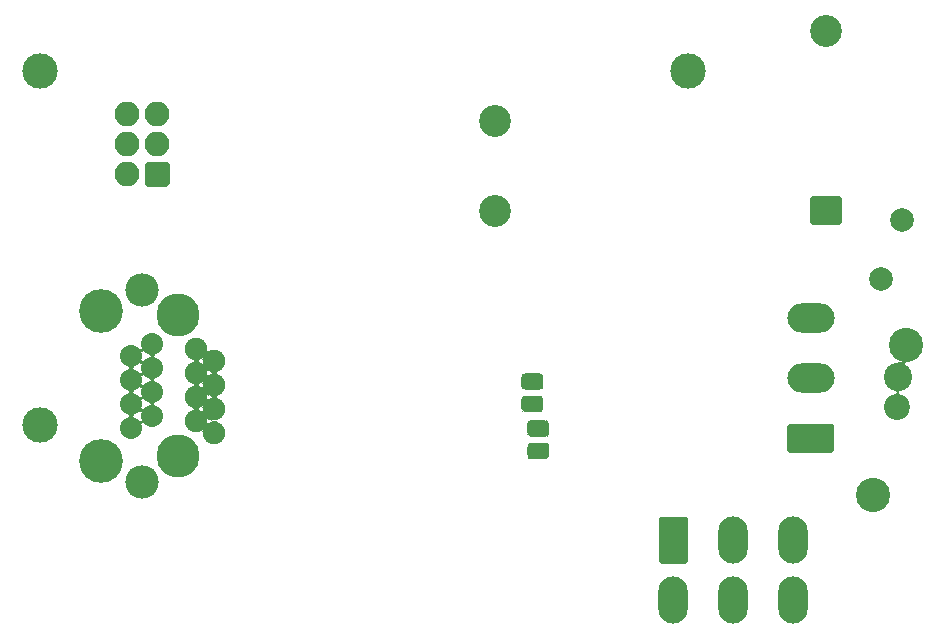
<source format=gbr>
G04 #@! TF.GenerationSoftware,KiCad,Pcbnew,(5.1.9)-1*
G04 #@! TF.CreationDate,2022-09-19T13:39:08+02:00*
G04 #@! TF.ProjectId,Zusatzplatine,5a757361-747a-4706-9c61-74696e652e6b,1.0*
G04 #@! TF.SameCoordinates,Original*
G04 #@! TF.FileFunction,Soldermask,Bot*
G04 #@! TF.FilePolarity,Negative*
%FSLAX46Y46*%
G04 Gerber Fmt 4.6, Leading zero omitted, Abs format (unit mm)*
G04 Created by KiCad (PCBNEW (5.1.9)-1) date 2022-09-19 13:39:08*
%MOMM*%
%LPD*%
G01*
G04 APERTURE LIST*
%ADD10C,3.000000*%
%ADD11C,1.862000*%
%ADD12C,2.830000*%
%ADD13C,3.700000*%
%ADD14C,3.650000*%
%ADD15C,1.909000*%
%ADD16C,2.900000*%
%ADD17C,2.700000*%
%ADD18O,2.480000X4.000000*%
%ADD19O,4.000000X2.480000*%
%ADD20O,2.100000X2.100000*%
%ADD21C,2.400000*%
%ADD22C,2.000000*%
%ADD23C,2.200000*%
%ADD24C,0.200000*%
G04 APERTURE END LIST*
D10*
X68580000Y-109220000D03*
X123444000Y-79248000D03*
X68580000Y-79248000D03*
G36*
G01*
X111325000Y-110250000D02*
X110175000Y-110250000D01*
G75*
G02*
X109825000Y-109900000I0J350000D01*
G01*
X109825000Y-109200000D01*
G75*
G02*
X110175000Y-108850000I350000J0D01*
G01*
X111325000Y-108850000D01*
G75*
G02*
X111675000Y-109200000I0J-350000D01*
G01*
X111675000Y-109900000D01*
G75*
G02*
X111325000Y-110250000I-350000J0D01*
G01*
G37*
G36*
G01*
X111325000Y-112150000D02*
X110175000Y-112150000D01*
G75*
G02*
X109825000Y-111800000I0J350000D01*
G01*
X109825000Y-111100000D01*
G75*
G02*
X110175000Y-110750000I350000J0D01*
G01*
X111325000Y-110750000D01*
G75*
G02*
X111675000Y-111100000I0J-350000D01*
G01*
X111675000Y-111800000D01*
G75*
G02*
X111325000Y-112150000I-350000J0D01*
G01*
G37*
G36*
G01*
X109675000Y-106750000D02*
X110825000Y-106750000D01*
G75*
G02*
X111175000Y-107100000I0J-350000D01*
G01*
X111175000Y-107800000D01*
G75*
G02*
X110825000Y-108150000I-350000J0D01*
G01*
X109675000Y-108150000D01*
G75*
G02*
X109325000Y-107800000I0J350000D01*
G01*
X109325000Y-107100000D01*
G75*
G02*
X109675000Y-106750000I350000J0D01*
G01*
G37*
G36*
G01*
X109675000Y-104850000D02*
X110825000Y-104850000D01*
G75*
G02*
X111175000Y-105200000I0J-350000D01*
G01*
X111175000Y-105900000D01*
G75*
G02*
X110825000Y-106250000I-350000J0D01*
G01*
X109675000Y-106250000D01*
G75*
G02*
X109325000Y-105900000I0J350000D01*
G01*
X109325000Y-105200000D01*
G75*
G02*
X109675000Y-104850000I350000J0D01*
G01*
G37*
D11*
X76300000Y-109500000D03*
X78080000Y-108480000D03*
X76300000Y-107470000D03*
X78080000Y-106450000D03*
X76300000Y-105440000D03*
X78080000Y-104420000D03*
X76300000Y-103410000D03*
X78080000Y-102390000D03*
D12*
X77190000Y-97820000D03*
X77190000Y-114080000D03*
D13*
X73760000Y-112300000D03*
X73760000Y-99600000D03*
D14*
X80280389Y-99903592D03*
X80280389Y-111843592D03*
D15*
X81800389Y-106893592D03*
X83320389Y-103833592D03*
X83320389Y-107913592D03*
X83320389Y-109953592D03*
X81800389Y-108933592D03*
X81800389Y-102813592D03*
X81800389Y-104853592D03*
X83320389Y-105873592D03*
D16*
X139115000Y-115205000D03*
X141915000Y-102505000D03*
D17*
X107105000Y-91080000D03*
G36*
G01*
X136455000Y-90080000D02*
X136455000Y-92080000D01*
G75*
G02*
X136255000Y-92280000I-200000J0D01*
G01*
X133955000Y-92280000D01*
G75*
G02*
X133755000Y-92080000I0J200000D01*
G01*
X133755000Y-90080000D01*
G75*
G02*
X133955000Y-89880000I200000J0D01*
G01*
X136255000Y-89880000D01*
G75*
G02*
X136455000Y-90080000I0J-200000D01*
G01*
G37*
X135105000Y-75880000D03*
X107105000Y-83480000D03*
D18*
X132345000Y-118990000D03*
X127265000Y-118990000D03*
G36*
G01*
X120945000Y-120790000D02*
X120945000Y-117190000D01*
G75*
G02*
X121145000Y-116990000I200000J0D01*
G01*
X123225000Y-116990000D01*
G75*
G02*
X123425000Y-117190000I0J-200000D01*
G01*
X123425000Y-120790000D01*
G75*
G02*
X123225000Y-120990000I-200000J0D01*
G01*
X121145000Y-120990000D01*
G75*
G02*
X120945000Y-120790000I0J200000D01*
G01*
G37*
X122185000Y-124070000D03*
X127265000Y-124070000D03*
X132345000Y-124070000D03*
D19*
X133815000Y-100195000D03*
X133815000Y-105275000D03*
G36*
G01*
X135615000Y-111595000D02*
X132015000Y-111595000D01*
G75*
G02*
X131815000Y-111395000I0J200000D01*
G01*
X131815000Y-109315000D01*
G75*
G02*
X132015000Y-109115000I200000J0D01*
G01*
X135615000Y-109115000D01*
G75*
G02*
X135815000Y-109315000I0J-200000D01*
G01*
X135815000Y-111395000D01*
G75*
G02*
X135615000Y-111595000I-200000J0D01*
G01*
G37*
D20*
X75960000Y-82920000D03*
X78500000Y-82920000D03*
X75960000Y-85460000D03*
X78500000Y-85460000D03*
X75960000Y-88000000D03*
G36*
G01*
X79550000Y-87150000D02*
X79550000Y-88850000D01*
G75*
G02*
X79350000Y-89050000I-200000J0D01*
G01*
X77650000Y-89050000D01*
G75*
G02*
X77450000Y-88850000I0J200000D01*
G01*
X77450000Y-87150000D01*
G75*
G02*
X77650000Y-86950000I200000J0D01*
G01*
X79350000Y-86950000D01*
G75*
G02*
X79550000Y-87150000I0J-200000D01*
G01*
G37*
D21*
X141210000Y-105180000D03*
X139110000Y-115180000D03*
D22*
X139765000Y-96870000D03*
X141565000Y-91870000D03*
D23*
X139110000Y-115180000D03*
X141160000Y-107680000D03*
D24*
G36*
X109826990Y-111799804D02*
G01*
X109833695Y-111867887D01*
X109853499Y-111933170D01*
X109885657Y-111993334D01*
X109928934Y-112046066D01*
X109981666Y-112089343D01*
X110041830Y-112121501D01*
X110107113Y-112141305D01*
X110175196Y-112148010D01*
X110176822Y-112149175D01*
X110176626Y-112151165D01*
X110175000Y-112152000D01*
X110118640Y-112152000D01*
X110118444Y-112151990D01*
X110056332Y-112145873D01*
X110055947Y-112145797D01*
X110002131Y-112129472D01*
X110001769Y-112129322D01*
X109952166Y-112102808D01*
X109951840Y-112102590D01*
X109908365Y-112066912D01*
X109908088Y-112066635D01*
X109872410Y-112023160D01*
X109872192Y-112022834D01*
X109845678Y-111973231D01*
X109845528Y-111972869D01*
X109829203Y-111919053D01*
X109829127Y-111918668D01*
X109823010Y-111856556D01*
X109823000Y-111856360D01*
X109823000Y-111800000D01*
X109824000Y-111798268D01*
X109826000Y-111798268D01*
X109826990Y-111799804D01*
G37*
G36*
X111676165Y-111798374D02*
G01*
X111677000Y-111800000D01*
X111677000Y-111856360D01*
X111676990Y-111856556D01*
X111670873Y-111918668D01*
X111670797Y-111919053D01*
X111654472Y-111972869D01*
X111654322Y-111973231D01*
X111627808Y-112022834D01*
X111627590Y-112023160D01*
X111591912Y-112066635D01*
X111591635Y-112066912D01*
X111548160Y-112102590D01*
X111547834Y-112102808D01*
X111498231Y-112129322D01*
X111497869Y-112129472D01*
X111444053Y-112145797D01*
X111443668Y-112145873D01*
X111381556Y-112151990D01*
X111381360Y-112152000D01*
X111325000Y-112152000D01*
X111323268Y-112151000D01*
X111323268Y-112149000D01*
X111324804Y-112148010D01*
X111392887Y-112141305D01*
X111458170Y-112121501D01*
X111518334Y-112089343D01*
X111571066Y-112046066D01*
X111614343Y-111993334D01*
X111646501Y-111933170D01*
X111666305Y-111867887D01*
X111673010Y-111799804D01*
X111674175Y-111798178D01*
X111676165Y-111798374D01*
G37*
G36*
X110176732Y-110749000D02*
G01*
X110176732Y-110751000D01*
X110175196Y-110751990D01*
X110107113Y-110758695D01*
X110041830Y-110778499D01*
X109981666Y-110810657D01*
X109928934Y-110853934D01*
X109885657Y-110906666D01*
X109853499Y-110966830D01*
X109833695Y-111032113D01*
X109826990Y-111100196D01*
X109825825Y-111101822D01*
X109823835Y-111101626D01*
X109823000Y-111100000D01*
X109823000Y-111043640D01*
X109823010Y-111043444D01*
X109829127Y-110981332D01*
X109829203Y-110980947D01*
X109845528Y-110927131D01*
X109845678Y-110926769D01*
X109872192Y-110877166D01*
X109872410Y-110876840D01*
X109908088Y-110833365D01*
X109908365Y-110833088D01*
X109951840Y-110797410D01*
X109952166Y-110797192D01*
X110001769Y-110770678D01*
X110002131Y-110770528D01*
X110055947Y-110754203D01*
X110056332Y-110754127D01*
X110118444Y-110748010D01*
X110118640Y-110748000D01*
X110175000Y-110748000D01*
X110176732Y-110749000D01*
G37*
G36*
X111381556Y-110748010D02*
G01*
X111443668Y-110754127D01*
X111444053Y-110754203D01*
X111497869Y-110770528D01*
X111498231Y-110770678D01*
X111547834Y-110797192D01*
X111548160Y-110797410D01*
X111591635Y-110833088D01*
X111591912Y-110833365D01*
X111627590Y-110876840D01*
X111627808Y-110877166D01*
X111654322Y-110926769D01*
X111654472Y-110927131D01*
X111670797Y-110980947D01*
X111670873Y-110981332D01*
X111676990Y-111043444D01*
X111677000Y-111043640D01*
X111677000Y-111100000D01*
X111676000Y-111101732D01*
X111674000Y-111101732D01*
X111673010Y-111100196D01*
X111666305Y-111032113D01*
X111646501Y-110966830D01*
X111614343Y-110906666D01*
X111571066Y-110853934D01*
X111518334Y-110810657D01*
X111458170Y-110778499D01*
X111392887Y-110758695D01*
X111324804Y-110751990D01*
X111323178Y-110750825D01*
X111323374Y-110748835D01*
X111325000Y-110748000D01*
X111381360Y-110748000D01*
X111381556Y-110748010D01*
G37*
G36*
X111676165Y-109898374D02*
G01*
X111677000Y-109900000D01*
X111677000Y-109956360D01*
X111676990Y-109956556D01*
X111670873Y-110018668D01*
X111670797Y-110019053D01*
X111654472Y-110072869D01*
X111654322Y-110073231D01*
X111627808Y-110122834D01*
X111627590Y-110123160D01*
X111591912Y-110166635D01*
X111591635Y-110166912D01*
X111548160Y-110202590D01*
X111547834Y-110202808D01*
X111498231Y-110229322D01*
X111497869Y-110229472D01*
X111444053Y-110245797D01*
X111443668Y-110245873D01*
X111381556Y-110251990D01*
X111381360Y-110252000D01*
X111325000Y-110252000D01*
X111323268Y-110251000D01*
X111323268Y-110249000D01*
X111324804Y-110248010D01*
X111392887Y-110241305D01*
X111458170Y-110221501D01*
X111518334Y-110189343D01*
X111571066Y-110146066D01*
X111614343Y-110093334D01*
X111646501Y-110033170D01*
X111666305Y-109967887D01*
X111673010Y-109899804D01*
X111674175Y-109898178D01*
X111676165Y-109898374D01*
G37*
G36*
X109826990Y-109899804D02*
G01*
X109833695Y-109967887D01*
X109853499Y-110033170D01*
X109885657Y-110093334D01*
X109928934Y-110146066D01*
X109981666Y-110189343D01*
X110041830Y-110221501D01*
X110107113Y-110241305D01*
X110175196Y-110248010D01*
X110176822Y-110249175D01*
X110176626Y-110251165D01*
X110175000Y-110252000D01*
X110118640Y-110252000D01*
X110118444Y-110251990D01*
X110056332Y-110245873D01*
X110055947Y-110245797D01*
X110002131Y-110229472D01*
X110001769Y-110229322D01*
X109952166Y-110202808D01*
X109951840Y-110202590D01*
X109908365Y-110166912D01*
X109908088Y-110166635D01*
X109872410Y-110123160D01*
X109872192Y-110122834D01*
X109845678Y-110073231D01*
X109845528Y-110072869D01*
X109829203Y-110019053D01*
X109829127Y-110018668D01*
X109823010Y-109956556D01*
X109823000Y-109956360D01*
X109823000Y-109900000D01*
X109824000Y-109898268D01*
X109826000Y-109898268D01*
X109826990Y-109899804D01*
G37*
G36*
X82413275Y-109665486D02*
G01*
X82413191Y-109666769D01*
X82408913Y-109677097D01*
X82372485Y-109860234D01*
X82372485Y-109905680D01*
X82371485Y-109907412D01*
X82369485Y-109907412D01*
X82368495Y-109905876D01*
X82366715Y-109887801D01*
X82359715Y-109864726D01*
X82348350Y-109843462D01*
X82333055Y-109824825D01*
X82314418Y-109809530D01*
X82293154Y-109798165D01*
X82270079Y-109791165D01*
X82246088Y-109788802D01*
X82222097Y-109791165D01*
X82204715Y-109796438D01*
X82202767Y-109795984D01*
X82202186Y-109794070D01*
X82203369Y-109792676D01*
X82249390Y-109773613D01*
X82404643Y-109669876D01*
X82409929Y-109664590D01*
X82411861Y-109664072D01*
X82413275Y-109665486D01*
G37*
G36*
X77192116Y-108752337D02*
G01*
X77260704Y-108917923D01*
X77361881Y-109069346D01*
X77396395Y-109103860D01*
X77396913Y-109105792D01*
X77395499Y-109107206D01*
X77393712Y-109106820D01*
X77379674Y-109095299D01*
X77358410Y-109083934D01*
X77335335Y-109076934D01*
X77311344Y-109074571D01*
X77287353Y-109076934D01*
X77264278Y-109083934D01*
X77243014Y-109095299D01*
X77224377Y-109110594D01*
X77209082Y-109129231D01*
X77197717Y-109150495D01*
X77190717Y-109173570D01*
X77188354Y-109197561D01*
X77190727Y-109221646D01*
X77191694Y-109226508D01*
X77191051Y-109228402D01*
X77189089Y-109228792D01*
X77187884Y-109227663D01*
X77119296Y-109062077D01*
X77018119Y-108910654D01*
X76983605Y-108876140D01*
X76983087Y-108874208D01*
X76984501Y-108872794D01*
X76986288Y-108873180D01*
X77000326Y-108884701D01*
X77021590Y-108896066D01*
X77044665Y-108903066D01*
X77068656Y-108905429D01*
X77092647Y-108903066D01*
X77115722Y-108896066D01*
X77136986Y-108884701D01*
X77155623Y-108869406D01*
X77170918Y-108850769D01*
X77182283Y-108829505D01*
X77189283Y-108806430D01*
X77191646Y-108782439D01*
X77189273Y-108758354D01*
X77188306Y-108753492D01*
X77188949Y-108751598D01*
X77190911Y-108751208D01*
X77192116Y-108752337D01*
G37*
G36*
X82752283Y-108981308D02*
G01*
X82754063Y-108999383D01*
X82761063Y-109022458D01*
X82772428Y-109043722D01*
X82787723Y-109062359D01*
X82806360Y-109077654D01*
X82827624Y-109089019D01*
X82850699Y-109096019D01*
X82874690Y-109098382D01*
X82898681Y-109096019D01*
X82916063Y-109090746D01*
X82918011Y-109091200D01*
X82918592Y-109093114D01*
X82917409Y-109094508D01*
X82871388Y-109113571D01*
X82716135Y-109217308D01*
X82710849Y-109222594D01*
X82708917Y-109223112D01*
X82707503Y-109221698D01*
X82707587Y-109220415D01*
X82711865Y-109210087D01*
X82748293Y-109026950D01*
X82748293Y-108981504D01*
X82749293Y-108979772D01*
X82751293Y-108979772D01*
X82752283Y-108981308D01*
G37*
G36*
X110176732Y-108849000D02*
G01*
X110176732Y-108851000D01*
X110175196Y-108851990D01*
X110107113Y-108858695D01*
X110041830Y-108878499D01*
X109981666Y-108910657D01*
X109928934Y-108953934D01*
X109885657Y-109006666D01*
X109853499Y-109066830D01*
X109833695Y-109132113D01*
X109826990Y-109200196D01*
X109825825Y-109201822D01*
X109823835Y-109201626D01*
X109823000Y-109200000D01*
X109823000Y-109143640D01*
X109823010Y-109143444D01*
X109829127Y-109081332D01*
X109829203Y-109080947D01*
X109845528Y-109027131D01*
X109845678Y-109026769D01*
X109872192Y-108977166D01*
X109872410Y-108976840D01*
X109908088Y-108933365D01*
X109908365Y-108933088D01*
X109951840Y-108897410D01*
X109952166Y-108897192D01*
X110001769Y-108870678D01*
X110002131Y-108870528D01*
X110055947Y-108854203D01*
X110056332Y-108854127D01*
X110118444Y-108848010D01*
X110118640Y-108848000D01*
X110175000Y-108848000D01*
X110176732Y-108849000D01*
G37*
G36*
X111381556Y-108848010D02*
G01*
X111443668Y-108854127D01*
X111444053Y-108854203D01*
X111497869Y-108870528D01*
X111498231Y-108870678D01*
X111547834Y-108897192D01*
X111548160Y-108897410D01*
X111591635Y-108933088D01*
X111591912Y-108933365D01*
X111627590Y-108976840D01*
X111627808Y-108977166D01*
X111654322Y-109026769D01*
X111654472Y-109027131D01*
X111670797Y-109080947D01*
X111670873Y-109081332D01*
X111676990Y-109143444D01*
X111677000Y-109143640D01*
X111677000Y-109200000D01*
X111676000Y-109201732D01*
X111674000Y-109201732D01*
X111673010Y-109200196D01*
X111666305Y-109132113D01*
X111646501Y-109066830D01*
X111614343Y-109006666D01*
X111571066Y-108953934D01*
X111518334Y-108910657D01*
X111458170Y-108878499D01*
X111392887Y-108858695D01*
X111324804Y-108851990D01*
X111323178Y-108850825D01*
X111323374Y-108848835D01*
X111325000Y-108848000D01*
X111381360Y-108848000D01*
X111381556Y-108848010D01*
G37*
G36*
X83613134Y-108819420D02*
G01*
X83613899Y-108821268D01*
X83612859Y-108822771D01*
X83596844Y-108831330D01*
X83578207Y-108846625D01*
X83562912Y-108865262D01*
X83551547Y-108886526D01*
X83544547Y-108909601D01*
X83542184Y-108933592D01*
X83544547Y-108957583D01*
X83551547Y-108980658D01*
X83562912Y-109001922D01*
X83578207Y-109020559D01*
X83596844Y-109035854D01*
X83612859Y-109044413D01*
X83613915Y-109046111D01*
X83612972Y-109047875D01*
X83611151Y-109048025D01*
X83596884Y-109042116D01*
X83413747Y-109005688D01*
X83227031Y-109005688D01*
X83043894Y-109042116D01*
X83029627Y-109048025D01*
X83027644Y-109047764D01*
X83026879Y-109045916D01*
X83027919Y-109044413D01*
X83043934Y-109035854D01*
X83062571Y-109020559D01*
X83077866Y-109001922D01*
X83089231Y-108980658D01*
X83096231Y-108957583D01*
X83098594Y-108933592D01*
X83096231Y-108909601D01*
X83089231Y-108886526D01*
X83077866Y-108865262D01*
X83062571Y-108846625D01*
X83043934Y-108831330D01*
X83027919Y-108822771D01*
X83026863Y-108821073D01*
X83027806Y-108819309D01*
X83029627Y-108819159D01*
X83043894Y-108825068D01*
X83227031Y-108861496D01*
X83413747Y-108861496D01*
X83596884Y-108825068D01*
X83611151Y-108819159D01*
X83613134Y-108819420D01*
G37*
G36*
X82710849Y-108644590D02*
G01*
X82716135Y-108649876D01*
X82871388Y-108753613D01*
X82917409Y-108772676D01*
X82918627Y-108774263D01*
X82917862Y-108776111D01*
X82916063Y-108776438D01*
X82898681Y-108771165D01*
X82874690Y-108768802D01*
X82850699Y-108771165D01*
X82827624Y-108778165D01*
X82806360Y-108789530D01*
X82787723Y-108804825D01*
X82772428Y-108823462D01*
X82761063Y-108844726D01*
X82754063Y-108867801D01*
X82752283Y-108885876D01*
X82751118Y-108887502D01*
X82749128Y-108887306D01*
X82748293Y-108885680D01*
X82748293Y-108840234D01*
X82711865Y-108657097D01*
X82707587Y-108646769D01*
X82707848Y-108644787D01*
X82709696Y-108644021D01*
X82710849Y-108644590D01*
G37*
G36*
X76555305Y-108362865D02*
G01*
X76555695Y-108364827D01*
X76554382Y-108366098D01*
X76536992Y-108371373D01*
X76515728Y-108382738D01*
X76497091Y-108398034D01*
X76481796Y-108416671D01*
X76470431Y-108437934D01*
X76463431Y-108461009D01*
X76461068Y-108485000D01*
X76463431Y-108508991D01*
X76470431Y-108532066D01*
X76481796Y-108553330D01*
X76497092Y-108571967D01*
X76515729Y-108587262D01*
X76536992Y-108598627D01*
X76554382Y-108603902D01*
X76555749Y-108605362D01*
X76555168Y-108607276D01*
X76553411Y-108607778D01*
X76391055Y-108575483D01*
X76208945Y-108575483D01*
X76046589Y-108607778D01*
X76044695Y-108607135D01*
X76044305Y-108605173D01*
X76045618Y-108603902D01*
X76063008Y-108598627D01*
X76084272Y-108587262D01*
X76102909Y-108571966D01*
X76118204Y-108553329D01*
X76129569Y-108532066D01*
X76136569Y-108508991D01*
X76138932Y-108485000D01*
X76136569Y-108461009D01*
X76129569Y-108437934D01*
X76118204Y-108416670D01*
X76102908Y-108398033D01*
X76084271Y-108382738D01*
X76063008Y-108371373D01*
X76045618Y-108366098D01*
X76044251Y-108364638D01*
X76044832Y-108362724D01*
X76046589Y-108362222D01*
X76208945Y-108394517D01*
X76391055Y-108394517D01*
X76553411Y-108362222D01*
X76555305Y-108362865D01*
G37*
G36*
X77192311Y-107739488D02*
G01*
X77192714Y-107740902D01*
X77190837Y-107759956D01*
X77193200Y-107783947D01*
X77200200Y-107807022D01*
X77211565Y-107828286D01*
X77226860Y-107846923D01*
X77245497Y-107862218D01*
X77266761Y-107873583D01*
X77289836Y-107880583D01*
X77313827Y-107882946D01*
X77337818Y-107880583D01*
X77360893Y-107873583D01*
X77382157Y-107862218D01*
X77396195Y-107850697D01*
X77398169Y-107850371D01*
X77399437Y-107851917D01*
X77398878Y-107853657D01*
X77361881Y-107890654D01*
X77260704Y-108042077D01*
X77191124Y-108210059D01*
X77189537Y-108211277D01*
X77187689Y-108210512D01*
X77187286Y-108209098D01*
X77189163Y-108190044D01*
X77186800Y-108166053D01*
X77179800Y-108142978D01*
X77168435Y-108121714D01*
X77153140Y-108103077D01*
X77134503Y-108087782D01*
X77113239Y-108076417D01*
X77090164Y-108069417D01*
X77066173Y-108067054D01*
X77042182Y-108069417D01*
X77019107Y-108076417D01*
X76997843Y-108087782D01*
X76983805Y-108099303D01*
X76981831Y-108099629D01*
X76980563Y-108098083D01*
X76981122Y-108096343D01*
X77018119Y-108059346D01*
X77119296Y-107907923D01*
X77188876Y-107739941D01*
X77190463Y-107738723D01*
X77192311Y-107739488D01*
G37*
G36*
X82371650Y-107959878D02*
G01*
X82372485Y-107961504D01*
X82372485Y-108006950D01*
X82408913Y-108190087D01*
X82413191Y-108200415D01*
X82412930Y-108202397D01*
X82411082Y-108203163D01*
X82409929Y-108202594D01*
X82404643Y-108197308D01*
X82249390Y-108093571D01*
X82203369Y-108074508D01*
X82202151Y-108072921D01*
X82202916Y-108071073D01*
X82204715Y-108070746D01*
X82222097Y-108076019D01*
X82246088Y-108078382D01*
X82270079Y-108076019D01*
X82293154Y-108069019D01*
X82314418Y-108057654D01*
X82333055Y-108042359D01*
X82348350Y-108023722D01*
X82359715Y-108002458D01*
X82366715Y-107979383D01*
X82368495Y-107961308D01*
X82369660Y-107959682D01*
X82371650Y-107959878D01*
G37*
G36*
X111176165Y-107798374D02*
G01*
X111177000Y-107800000D01*
X111177000Y-107856360D01*
X111176990Y-107856556D01*
X111170873Y-107918668D01*
X111170797Y-107919053D01*
X111154472Y-107972869D01*
X111154322Y-107973231D01*
X111127808Y-108022834D01*
X111127590Y-108023160D01*
X111091912Y-108066635D01*
X111091635Y-108066912D01*
X111048160Y-108102590D01*
X111047834Y-108102808D01*
X110998231Y-108129322D01*
X110997869Y-108129472D01*
X110944053Y-108145797D01*
X110943668Y-108145873D01*
X110881556Y-108151990D01*
X110881360Y-108152000D01*
X110825000Y-108152000D01*
X110823268Y-108151000D01*
X110823268Y-108149000D01*
X110824804Y-108148010D01*
X110892887Y-108141305D01*
X110958170Y-108121501D01*
X111018334Y-108089343D01*
X111071066Y-108046066D01*
X111114343Y-107993334D01*
X111146501Y-107933170D01*
X111166305Y-107867887D01*
X111173010Y-107799804D01*
X111174175Y-107798178D01*
X111176165Y-107798374D01*
G37*
G36*
X109326990Y-107799804D02*
G01*
X109333695Y-107867887D01*
X109353499Y-107933170D01*
X109385657Y-107993334D01*
X109428934Y-108046066D01*
X109481666Y-108089343D01*
X109541830Y-108121501D01*
X109607113Y-108141305D01*
X109675196Y-108148010D01*
X109676822Y-108149175D01*
X109676626Y-108151165D01*
X109675000Y-108152000D01*
X109618640Y-108152000D01*
X109618444Y-108151990D01*
X109556332Y-108145873D01*
X109555947Y-108145797D01*
X109502131Y-108129472D01*
X109501769Y-108129322D01*
X109452166Y-108102808D01*
X109451840Y-108102590D01*
X109408365Y-108066912D01*
X109408088Y-108066635D01*
X109372410Y-108023160D01*
X109372192Y-108022834D01*
X109345678Y-107973231D01*
X109345528Y-107972869D01*
X109329203Y-107919053D01*
X109329127Y-107918668D01*
X109323010Y-107856556D01*
X109323000Y-107856360D01*
X109323000Y-107800000D01*
X109324000Y-107798268D01*
X109326000Y-107798268D01*
X109326990Y-107799804D01*
G37*
G36*
X82093134Y-107799420D02*
G01*
X82093899Y-107801268D01*
X82092859Y-107802771D01*
X82076844Y-107811330D01*
X82058207Y-107826625D01*
X82042912Y-107845262D01*
X82031547Y-107866526D01*
X82024547Y-107889601D01*
X82022184Y-107913592D01*
X82024547Y-107937583D01*
X82031547Y-107960658D01*
X82042912Y-107981922D01*
X82058207Y-108000559D01*
X82076844Y-108015854D01*
X82092859Y-108024413D01*
X82093915Y-108026111D01*
X82092972Y-108027875D01*
X82091151Y-108028025D01*
X82076884Y-108022116D01*
X81893747Y-107985688D01*
X81707031Y-107985688D01*
X81523894Y-108022116D01*
X81509627Y-108028025D01*
X81507644Y-108027764D01*
X81506879Y-108025916D01*
X81507919Y-108024413D01*
X81523934Y-108015854D01*
X81542571Y-108000559D01*
X81557866Y-107981922D01*
X81569231Y-107960658D01*
X81576231Y-107937583D01*
X81578594Y-107913592D01*
X81576231Y-107889601D01*
X81569231Y-107866526D01*
X81557866Y-107845262D01*
X81542571Y-107826625D01*
X81523934Y-107811330D01*
X81507919Y-107802771D01*
X81506863Y-107801073D01*
X81507806Y-107799309D01*
X81509627Y-107799159D01*
X81523894Y-107805068D01*
X81707031Y-107841496D01*
X81893747Y-107841496D01*
X82076884Y-107805068D01*
X82091151Y-107799159D01*
X82093134Y-107799420D01*
G37*
G36*
X82413275Y-107625486D02*
G01*
X82413191Y-107626769D01*
X82408913Y-107637097D01*
X82372485Y-107820234D01*
X82372485Y-107865680D01*
X82371485Y-107867412D01*
X82369485Y-107867412D01*
X82368495Y-107865876D01*
X82366715Y-107847801D01*
X82359715Y-107824726D01*
X82348350Y-107803462D01*
X82333055Y-107784825D01*
X82314418Y-107769530D01*
X82293154Y-107758165D01*
X82270079Y-107751165D01*
X82246088Y-107748802D01*
X82222097Y-107751165D01*
X82204715Y-107756438D01*
X82202767Y-107755984D01*
X82202186Y-107754070D01*
X82203369Y-107752676D01*
X82249390Y-107733613D01*
X82404643Y-107629876D01*
X82409929Y-107624590D01*
X82411861Y-107624072D01*
X82413275Y-107625486D01*
G37*
G36*
X78335305Y-107342865D02*
G01*
X78335695Y-107344827D01*
X78334382Y-107346098D01*
X78316992Y-107351373D01*
X78295728Y-107362738D01*
X78277091Y-107378034D01*
X78261796Y-107396671D01*
X78250431Y-107417934D01*
X78243431Y-107441009D01*
X78241068Y-107465000D01*
X78243431Y-107488991D01*
X78250431Y-107512066D01*
X78261796Y-107533330D01*
X78277092Y-107551967D01*
X78295729Y-107567262D01*
X78316992Y-107578627D01*
X78334382Y-107583902D01*
X78335749Y-107585362D01*
X78335168Y-107587276D01*
X78333411Y-107587778D01*
X78171055Y-107555483D01*
X77988945Y-107555483D01*
X77826589Y-107587778D01*
X77824695Y-107587135D01*
X77824305Y-107585173D01*
X77825618Y-107583902D01*
X77843008Y-107578627D01*
X77864272Y-107567262D01*
X77882909Y-107551966D01*
X77898204Y-107533329D01*
X77909569Y-107512066D01*
X77916569Y-107488991D01*
X77918932Y-107465000D01*
X77916569Y-107441009D01*
X77909569Y-107417934D01*
X77898204Y-107396670D01*
X77882908Y-107378033D01*
X77864271Y-107362738D01*
X77843008Y-107351373D01*
X77825618Y-107346098D01*
X77824251Y-107344638D01*
X77824832Y-107342724D01*
X77826589Y-107342222D01*
X77988945Y-107374517D01*
X78171055Y-107374517D01*
X78333411Y-107342222D01*
X78335305Y-107342865D01*
G37*
G36*
X77192116Y-106722337D02*
G01*
X77260704Y-106887923D01*
X77361881Y-107039346D01*
X77396395Y-107073860D01*
X77396913Y-107075792D01*
X77395499Y-107077206D01*
X77393712Y-107076820D01*
X77379674Y-107065299D01*
X77358410Y-107053934D01*
X77335335Y-107046934D01*
X77311344Y-107044571D01*
X77287353Y-107046934D01*
X77264278Y-107053934D01*
X77243014Y-107065299D01*
X77224377Y-107080594D01*
X77209082Y-107099231D01*
X77197717Y-107120495D01*
X77190717Y-107143570D01*
X77188354Y-107167561D01*
X77190727Y-107191646D01*
X77191694Y-107196508D01*
X77191051Y-107198402D01*
X77189089Y-107198792D01*
X77187884Y-107197663D01*
X77119296Y-107032077D01*
X77018119Y-106880654D01*
X76983605Y-106846140D01*
X76983087Y-106844208D01*
X76984501Y-106842794D01*
X76986288Y-106843180D01*
X77000326Y-106854701D01*
X77021590Y-106866066D01*
X77044665Y-106873066D01*
X77068656Y-106875429D01*
X77092647Y-106873066D01*
X77115722Y-106866066D01*
X77136986Y-106854701D01*
X77155623Y-106839406D01*
X77170918Y-106820769D01*
X77182283Y-106799505D01*
X77189283Y-106776430D01*
X77191646Y-106752439D01*
X77189273Y-106728354D01*
X77188306Y-106723492D01*
X77188949Y-106721598D01*
X77190911Y-106721208D01*
X77192116Y-106722337D01*
G37*
G36*
X82752283Y-106941308D02*
G01*
X82754063Y-106959383D01*
X82761063Y-106982458D01*
X82772428Y-107003722D01*
X82787723Y-107022359D01*
X82806360Y-107037654D01*
X82827624Y-107049019D01*
X82850699Y-107056019D01*
X82874690Y-107058382D01*
X82898681Y-107056019D01*
X82916063Y-107050746D01*
X82918011Y-107051200D01*
X82918592Y-107053114D01*
X82917409Y-107054508D01*
X82871388Y-107073571D01*
X82716135Y-107177308D01*
X82710849Y-107182594D01*
X82708917Y-107183112D01*
X82707503Y-107181698D01*
X82707587Y-107180415D01*
X82711865Y-107170087D01*
X82748293Y-106986950D01*
X82748293Y-106941504D01*
X82749293Y-106939772D01*
X82751293Y-106939772D01*
X82752283Y-106941308D01*
G37*
G36*
X109676732Y-106749000D02*
G01*
X109676732Y-106751000D01*
X109675196Y-106751990D01*
X109607113Y-106758695D01*
X109541830Y-106778499D01*
X109481666Y-106810657D01*
X109428934Y-106853934D01*
X109385657Y-106906666D01*
X109353499Y-106966830D01*
X109333695Y-107032113D01*
X109326990Y-107100196D01*
X109325825Y-107101822D01*
X109323835Y-107101626D01*
X109323000Y-107100000D01*
X109323000Y-107043640D01*
X109323010Y-107043444D01*
X109329127Y-106981332D01*
X109329203Y-106980947D01*
X109345528Y-106927131D01*
X109345678Y-106926769D01*
X109372192Y-106877166D01*
X109372410Y-106876840D01*
X109408088Y-106833365D01*
X109408365Y-106833088D01*
X109451840Y-106797410D01*
X109452166Y-106797192D01*
X109501769Y-106770678D01*
X109502131Y-106770528D01*
X109555947Y-106754203D01*
X109556332Y-106754127D01*
X109618444Y-106748010D01*
X109618640Y-106748000D01*
X109675000Y-106748000D01*
X109676732Y-106749000D01*
G37*
G36*
X110881556Y-106748010D02*
G01*
X110943668Y-106754127D01*
X110944053Y-106754203D01*
X110997869Y-106770528D01*
X110998231Y-106770678D01*
X111047834Y-106797192D01*
X111048160Y-106797410D01*
X111091635Y-106833088D01*
X111091912Y-106833365D01*
X111127590Y-106876840D01*
X111127808Y-106877166D01*
X111154322Y-106926769D01*
X111154472Y-106927131D01*
X111170797Y-106980947D01*
X111170873Y-106981332D01*
X111176990Y-107043444D01*
X111177000Y-107043640D01*
X111177000Y-107100000D01*
X111176000Y-107101732D01*
X111174000Y-107101732D01*
X111173010Y-107100196D01*
X111166305Y-107032113D01*
X111146501Y-106966830D01*
X111114343Y-106906666D01*
X111071066Y-106853934D01*
X111018334Y-106810657D01*
X110958170Y-106778499D01*
X110892887Y-106758695D01*
X110824804Y-106751990D01*
X110823178Y-106750825D01*
X110823374Y-106748835D01*
X110825000Y-106748000D01*
X110881360Y-106748000D01*
X110881556Y-106748010D01*
G37*
G36*
X83613134Y-106779420D02*
G01*
X83613899Y-106781268D01*
X83612859Y-106782771D01*
X83596844Y-106791330D01*
X83578207Y-106806625D01*
X83562912Y-106825262D01*
X83551547Y-106846526D01*
X83544547Y-106869601D01*
X83542184Y-106893592D01*
X83544547Y-106917583D01*
X83551547Y-106940658D01*
X83562912Y-106961922D01*
X83578207Y-106980559D01*
X83596844Y-106995854D01*
X83612859Y-107004413D01*
X83613915Y-107006111D01*
X83612972Y-107007875D01*
X83611151Y-107008025D01*
X83596884Y-107002116D01*
X83413747Y-106965688D01*
X83227031Y-106965688D01*
X83043894Y-107002116D01*
X83029627Y-107008025D01*
X83027644Y-107007764D01*
X83026879Y-107005916D01*
X83027919Y-107004413D01*
X83043934Y-106995854D01*
X83062571Y-106980559D01*
X83077866Y-106961922D01*
X83089231Y-106940658D01*
X83096231Y-106917583D01*
X83098594Y-106893592D01*
X83096231Y-106869601D01*
X83089231Y-106846526D01*
X83077866Y-106825262D01*
X83062571Y-106806625D01*
X83043934Y-106791330D01*
X83027919Y-106782771D01*
X83026863Y-106781073D01*
X83027806Y-106779309D01*
X83029627Y-106779159D01*
X83043894Y-106785068D01*
X83227031Y-106821496D01*
X83413747Y-106821496D01*
X83596884Y-106785068D01*
X83611151Y-106779159D01*
X83613134Y-106779420D01*
G37*
G36*
X82710849Y-106604590D02*
G01*
X82716135Y-106609876D01*
X82871388Y-106713613D01*
X82917409Y-106732676D01*
X82918627Y-106734263D01*
X82917862Y-106736111D01*
X82916063Y-106736438D01*
X82898681Y-106731165D01*
X82874690Y-106728802D01*
X82850699Y-106731165D01*
X82827624Y-106738165D01*
X82806360Y-106749530D01*
X82787723Y-106764825D01*
X82772428Y-106783462D01*
X82761063Y-106804726D01*
X82754063Y-106827801D01*
X82752283Y-106845876D01*
X82751118Y-106847502D01*
X82749128Y-106847306D01*
X82748293Y-106845680D01*
X82748293Y-106800234D01*
X82711865Y-106617097D01*
X82707587Y-106606769D01*
X82707848Y-106604787D01*
X82709696Y-106604021D01*
X82710849Y-106604590D01*
G37*
G36*
X141092578Y-106372222D02*
G01*
X141327422Y-106372222D01*
X141374133Y-106362931D01*
X141376027Y-106363574D01*
X141376417Y-106365536D01*
X141375103Y-106366807D01*
X141357720Y-106372079D01*
X141336455Y-106383445D01*
X141317818Y-106398740D01*
X141302523Y-106417377D01*
X141291158Y-106438641D01*
X141284158Y-106461716D01*
X141281795Y-106485707D01*
X141284158Y-106509698D01*
X141291158Y-106532773D01*
X141302523Y-106554037D01*
X141317818Y-106572674D01*
X141336455Y-106587969D01*
X141357719Y-106599334D01*
X141375107Y-106604608D01*
X141376474Y-106606068D01*
X141375893Y-106607982D01*
X141374136Y-106608484D01*
X141267620Y-106587297D01*
X141052380Y-106587297D01*
X140995861Y-106598539D01*
X140993967Y-106597896D01*
X140993577Y-106595934D01*
X140994890Y-106594663D01*
X141012281Y-106589388D01*
X141033545Y-106578023D01*
X141052182Y-106562727D01*
X141067477Y-106544091D01*
X141078842Y-106522827D01*
X141085842Y-106499752D01*
X141088205Y-106475761D01*
X141085842Y-106451770D01*
X141078842Y-106428695D01*
X141067477Y-106407431D01*
X141052181Y-106388794D01*
X141033545Y-106373499D01*
X141012281Y-106362134D01*
X140994899Y-106356861D01*
X140993532Y-106355401D01*
X140994113Y-106353487D01*
X140995870Y-106352985D01*
X141092578Y-106372222D01*
G37*
G36*
X76555305Y-106332865D02*
G01*
X76555695Y-106334827D01*
X76554382Y-106336098D01*
X76536992Y-106341373D01*
X76515728Y-106352738D01*
X76497091Y-106368034D01*
X76481796Y-106386671D01*
X76470431Y-106407934D01*
X76463431Y-106431009D01*
X76461068Y-106455000D01*
X76463431Y-106478991D01*
X76470431Y-106502066D01*
X76481796Y-106523330D01*
X76497092Y-106541967D01*
X76515729Y-106557262D01*
X76536992Y-106568627D01*
X76554382Y-106573902D01*
X76555749Y-106575362D01*
X76555168Y-106577276D01*
X76553411Y-106577778D01*
X76391055Y-106545483D01*
X76208945Y-106545483D01*
X76046589Y-106577778D01*
X76044695Y-106577135D01*
X76044305Y-106575173D01*
X76045618Y-106573902D01*
X76063008Y-106568627D01*
X76084272Y-106557262D01*
X76102909Y-106541966D01*
X76118204Y-106523329D01*
X76129569Y-106502066D01*
X76136569Y-106478991D01*
X76138932Y-106455000D01*
X76136569Y-106431009D01*
X76129569Y-106407934D01*
X76118204Y-106386670D01*
X76102908Y-106368033D01*
X76084271Y-106352738D01*
X76063008Y-106341373D01*
X76045618Y-106336098D01*
X76044251Y-106334638D01*
X76044832Y-106332724D01*
X76046589Y-106332222D01*
X76208945Y-106364517D01*
X76391055Y-106364517D01*
X76553411Y-106332222D01*
X76555305Y-106332865D01*
G37*
G36*
X111176165Y-105898374D02*
G01*
X111177000Y-105900000D01*
X111177000Y-105956360D01*
X111176990Y-105956556D01*
X111170873Y-106018668D01*
X111170797Y-106019053D01*
X111154472Y-106072869D01*
X111154322Y-106073231D01*
X111127808Y-106122834D01*
X111127590Y-106123160D01*
X111091912Y-106166635D01*
X111091635Y-106166912D01*
X111048160Y-106202590D01*
X111047834Y-106202808D01*
X110998231Y-106229322D01*
X110997869Y-106229472D01*
X110944053Y-106245797D01*
X110943668Y-106245873D01*
X110881556Y-106251990D01*
X110881360Y-106252000D01*
X110825000Y-106252000D01*
X110823268Y-106251000D01*
X110823268Y-106249000D01*
X110824804Y-106248010D01*
X110892887Y-106241305D01*
X110958170Y-106221501D01*
X111018334Y-106189343D01*
X111071066Y-106146066D01*
X111114343Y-106093334D01*
X111146501Y-106033170D01*
X111166305Y-105967887D01*
X111173010Y-105899804D01*
X111174175Y-105898178D01*
X111176165Y-105898374D01*
G37*
G36*
X109326990Y-105899804D02*
G01*
X109333695Y-105967887D01*
X109353499Y-106033170D01*
X109385657Y-106093334D01*
X109428934Y-106146066D01*
X109481666Y-106189343D01*
X109541830Y-106221501D01*
X109607113Y-106241305D01*
X109675196Y-106248010D01*
X109676822Y-106249175D01*
X109676626Y-106251165D01*
X109675000Y-106252000D01*
X109618640Y-106252000D01*
X109618444Y-106251990D01*
X109556332Y-106245873D01*
X109555947Y-106245797D01*
X109502131Y-106229472D01*
X109501769Y-106229322D01*
X109452166Y-106202808D01*
X109451840Y-106202590D01*
X109408365Y-106166912D01*
X109408088Y-106166635D01*
X109372410Y-106123160D01*
X109372192Y-106122834D01*
X109345678Y-106073231D01*
X109345528Y-106072869D01*
X109329203Y-106019053D01*
X109329127Y-106018668D01*
X109323010Y-105956556D01*
X109323000Y-105956360D01*
X109323000Y-105900000D01*
X109324000Y-105898268D01*
X109326000Y-105898268D01*
X109326990Y-105899804D01*
G37*
G36*
X77192311Y-105709488D02*
G01*
X77192714Y-105710902D01*
X77190837Y-105729956D01*
X77193200Y-105753947D01*
X77200200Y-105777022D01*
X77211565Y-105798286D01*
X77226860Y-105816923D01*
X77245497Y-105832218D01*
X77266761Y-105843583D01*
X77289836Y-105850583D01*
X77313827Y-105852946D01*
X77337818Y-105850583D01*
X77360893Y-105843583D01*
X77382157Y-105832218D01*
X77396195Y-105820697D01*
X77398169Y-105820371D01*
X77399437Y-105821917D01*
X77398878Y-105823657D01*
X77361881Y-105860654D01*
X77260704Y-106012077D01*
X77191124Y-106180059D01*
X77189537Y-106181277D01*
X77187689Y-106180512D01*
X77187286Y-106179098D01*
X77189163Y-106160044D01*
X77186800Y-106136053D01*
X77179800Y-106112978D01*
X77168435Y-106091714D01*
X77153140Y-106073077D01*
X77134503Y-106057782D01*
X77113239Y-106046417D01*
X77090164Y-106039417D01*
X77066173Y-106037054D01*
X77042182Y-106039417D01*
X77019107Y-106046417D01*
X76997843Y-106057782D01*
X76983805Y-106069303D01*
X76981831Y-106069629D01*
X76980563Y-106068083D01*
X76981122Y-106066343D01*
X77018119Y-106029346D01*
X77119296Y-105877923D01*
X77188876Y-105709941D01*
X77190463Y-105708723D01*
X77192311Y-105709488D01*
G37*
G36*
X82371650Y-105919878D02*
G01*
X82372485Y-105921504D01*
X82372485Y-105966950D01*
X82408913Y-106150087D01*
X82413191Y-106160415D01*
X82412930Y-106162397D01*
X82411082Y-106163163D01*
X82409929Y-106162594D01*
X82404643Y-106157308D01*
X82249390Y-106053571D01*
X82203369Y-106034508D01*
X82202151Y-106032921D01*
X82202916Y-106031073D01*
X82204715Y-106030746D01*
X82222097Y-106036019D01*
X82246088Y-106038382D01*
X82270079Y-106036019D01*
X82293154Y-106029019D01*
X82314418Y-106017654D01*
X82333055Y-106002359D01*
X82348350Y-105983722D01*
X82359715Y-105962458D01*
X82366715Y-105939383D01*
X82368495Y-105921308D01*
X82369660Y-105919682D01*
X82371650Y-105919878D01*
G37*
G36*
X82093134Y-105759420D02*
G01*
X82093899Y-105761268D01*
X82092859Y-105762771D01*
X82076844Y-105771330D01*
X82058207Y-105786625D01*
X82042912Y-105805262D01*
X82031547Y-105826526D01*
X82024547Y-105849601D01*
X82022184Y-105873592D01*
X82024547Y-105897583D01*
X82031547Y-105920658D01*
X82042912Y-105941922D01*
X82058207Y-105960559D01*
X82076844Y-105975854D01*
X82092859Y-105984413D01*
X82093915Y-105986111D01*
X82092972Y-105987875D01*
X82091151Y-105988025D01*
X82076884Y-105982116D01*
X81893747Y-105945688D01*
X81707031Y-105945688D01*
X81523894Y-105982116D01*
X81509627Y-105988025D01*
X81507644Y-105987764D01*
X81506879Y-105985916D01*
X81507919Y-105984413D01*
X81523934Y-105975854D01*
X81542571Y-105960559D01*
X81557866Y-105941922D01*
X81569231Y-105920658D01*
X81576231Y-105897583D01*
X81578594Y-105873592D01*
X81576231Y-105849601D01*
X81569231Y-105826526D01*
X81557866Y-105805262D01*
X81542571Y-105786625D01*
X81523934Y-105771330D01*
X81507919Y-105762771D01*
X81506863Y-105761073D01*
X81507806Y-105759309D01*
X81509627Y-105759159D01*
X81523894Y-105765068D01*
X81707031Y-105801496D01*
X81893747Y-105801496D01*
X82076884Y-105765068D01*
X82091151Y-105759159D01*
X82093134Y-105759420D01*
G37*
G36*
X82413275Y-105585486D02*
G01*
X82413191Y-105586769D01*
X82408913Y-105597097D01*
X82372485Y-105780234D01*
X82372485Y-105825680D01*
X82371485Y-105827412D01*
X82369485Y-105827412D01*
X82368495Y-105825876D01*
X82366715Y-105807801D01*
X82359715Y-105784726D01*
X82348350Y-105763462D01*
X82333055Y-105744825D01*
X82314418Y-105729530D01*
X82293154Y-105718165D01*
X82270079Y-105711165D01*
X82246088Y-105708802D01*
X82222097Y-105711165D01*
X82204715Y-105716438D01*
X82202767Y-105715984D01*
X82202186Y-105714070D01*
X82203369Y-105712676D01*
X82249390Y-105693613D01*
X82404643Y-105589876D01*
X82409929Y-105584590D01*
X82411861Y-105584072D01*
X82413275Y-105585486D01*
G37*
G36*
X78335305Y-105312865D02*
G01*
X78335695Y-105314827D01*
X78334382Y-105316098D01*
X78316992Y-105321373D01*
X78295728Y-105332738D01*
X78277091Y-105348034D01*
X78261796Y-105366671D01*
X78250431Y-105387934D01*
X78243431Y-105411009D01*
X78241068Y-105435000D01*
X78243431Y-105458991D01*
X78250431Y-105482066D01*
X78261796Y-105503330D01*
X78277092Y-105521967D01*
X78295729Y-105537262D01*
X78316992Y-105548627D01*
X78334382Y-105553902D01*
X78335749Y-105555362D01*
X78335168Y-105557276D01*
X78333411Y-105557778D01*
X78171055Y-105525483D01*
X77988945Y-105525483D01*
X77826589Y-105557778D01*
X77824695Y-105557135D01*
X77824305Y-105555173D01*
X77825618Y-105553902D01*
X77843008Y-105548627D01*
X77864272Y-105537262D01*
X77882909Y-105521966D01*
X77898204Y-105503329D01*
X77909569Y-105482066D01*
X77916569Y-105458991D01*
X77918932Y-105435000D01*
X77916569Y-105411009D01*
X77909569Y-105387934D01*
X77898204Y-105366670D01*
X77882908Y-105348033D01*
X77864271Y-105332738D01*
X77843008Y-105321373D01*
X77825618Y-105316098D01*
X77824251Y-105314638D01*
X77824832Y-105312724D01*
X77826589Y-105312222D01*
X77988945Y-105344517D01*
X78171055Y-105344517D01*
X78333411Y-105312222D01*
X78335305Y-105312865D01*
G37*
G36*
X109676732Y-104849000D02*
G01*
X109676732Y-104851000D01*
X109675196Y-104851990D01*
X109607113Y-104858695D01*
X109541830Y-104878499D01*
X109481666Y-104910657D01*
X109428934Y-104953934D01*
X109385657Y-105006666D01*
X109353499Y-105066830D01*
X109333695Y-105132113D01*
X109326990Y-105200196D01*
X109325825Y-105201822D01*
X109323835Y-105201626D01*
X109323000Y-105200000D01*
X109323000Y-105143640D01*
X109323010Y-105143444D01*
X109329127Y-105081332D01*
X109329203Y-105080947D01*
X109345528Y-105027131D01*
X109345678Y-105026769D01*
X109372192Y-104977166D01*
X109372410Y-104976840D01*
X109408088Y-104933365D01*
X109408365Y-104933088D01*
X109451840Y-104897410D01*
X109452166Y-104897192D01*
X109501769Y-104870678D01*
X109502131Y-104870528D01*
X109555947Y-104854203D01*
X109556332Y-104854127D01*
X109618444Y-104848010D01*
X109618640Y-104848000D01*
X109675000Y-104848000D01*
X109676732Y-104849000D01*
G37*
G36*
X110881556Y-104848010D02*
G01*
X110943668Y-104854127D01*
X110944053Y-104854203D01*
X110997869Y-104870528D01*
X110998231Y-104870678D01*
X111047834Y-104897192D01*
X111048160Y-104897410D01*
X111091635Y-104933088D01*
X111091912Y-104933365D01*
X111127590Y-104976840D01*
X111127808Y-104977166D01*
X111154322Y-105026769D01*
X111154472Y-105027131D01*
X111170797Y-105080947D01*
X111170873Y-105081332D01*
X111176990Y-105143444D01*
X111177000Y-105143640D01*
X111177000Y-105200000D01*
X111176000Y-105201732D01*
X111174000Y-105201732D01*
X111173010Y-105200196D01*
X111166305Y-105132113D01*
X111146501Y-105066830D01*
X111114343Y-105006666D01*
X111071066Y-104953934D01*
X111018334Y-104910657D01*
X110958170Y-104878499D01*
X110892887Y-104858695D01*
X110824804Y-104851990D01*
X110823178Y-104850825D01*
X110823374Y-104848835D01*
X110825000Y-104848000D01*
X110881360Y-104848000D01*
X110881556Y-104848010D01*
G37*
G36*
X77192116Y-104692337D02*
G01*
X77260704Y-104857923D01*
X77361881Y-105009346D01*
X77396395Y-105043860D01*
X77396913Y-105045792D01*
X77395499Y-105047206D01*
X77393712Y-105046820D01*
X77379674Y-105035299D01*
X77358410Y-105023934D01*
X77335335Y-105016934D01*
X77311344Y-105014571D01*
X77287353Y-105016934D01*
X77264278Y-105023934D01*
X77243014Y-105035299D01*
X77224377Y-105050594D01*
X77209082Y-105069231D01*
X77197717Y-105090495D01*
X77190717Y-105113570D01*
X77188354Y-105137561D01*
X77190727Y-105161646D01*
X77191694Y-105166508D01*
X77191051Y-105168402D01*
X77189089Y-105168792D01*
X77187884Y-105167663D01*
X77119296Y-105002077D01*
X77018119Y-104850654D01*
X76983605Y-104816140D01*
X76983087Y-104814208D01*
X76984501Y-104812794D01*
X76986288Y-104813180D01*
X77000326Y-104824701D01*
X77021590Y-104836066D01*
X77044665Y-104843066D01*
X77068656Y-104845429D01*
X77092647Y-104843066D01*
X77115722Y-104836066D01*
X77136986Y-104824701D01*
X77155623Y-104809406D01*
X77170918Y-104790769D01*
X77182283Y-104769505D01*
X77189283Y-104746430D01*
X77191646Y-104722439D01*
X77189273Y-104698354D01*
X77188306Y-104693492D01*
X77188949Y-104691598D01*
X77190911Y-104691208D01*
X77192116Y-104692337D01*
G37*
G36*
X82752283Y-104901308D02*
G01*
X82754063Y-104919383D01*
X82761063Y-104942458D01*
X82772428Y-104963722D01*
X82787723Y-104982359D01*
X82806360Y-104997654D01*
X82827624Y-105009019D01*
X82850699Y-105016019D01*
X82874690Y-105018382D01*
X82898681Y-105016019D01*
X82916063Y-105010746D01*
X82918011Y-105011200D01*
X82918592Y-105013114D01*
X82917409Y-105014508D01*
X82871388Y-105033571D01*
X82716135Y-105137308D01*
X82710849Y-105142594D01*
X82708917Y-105143112D01*
X82707503Y-105141698D01*
X82707587Y-105140415D01*
X82711865Y-105130087D01*
X82748293Y-104946950D01*
X82748293Y-104901504D01*
X82749293Y-104899772D01*
X82751293Y-104899772D01*
X82752283Y-104901308D01*
G37*
G36*
X83613134Y-104739420D02*
G01*
X83613899Y-104741268D01*
X83612859Y-104742771D01*
X83596844Y-104751330D01*
X83578207Y-104766625D01*
X83562912Y-104785262D01*
X83551547Y-104806526D01*
X83544547Y-104829601D01*
X83542184Y-104853592D01*
X83544547Y-104877583D01*
X83551547Y-104900658D01*
X83562912Y-104921922D01*
X83578207Y-104940559D01*
X83596844Y-104955854D01*
X83612859Y-104964413D01*
X83613915Y-104966111D01*
X83612972Y-104967875D01*
X83611151Y-104968025D01*
X83596884Y-104962116D01*
X83413747Y-104925688D01*
X83227031Y-104925688D01*
X83043894Y-104962116D01*
X83029627Y-104968025D01*
X83027644Y-104967764D01*
X83026879Y-104965916D01*
X83027919Y-104964413D01*
X83043934Y-104955854D01*
X83062571Y-104940559D01*
X83077866Y-104921922D01*
X83089231Y-104900658D01*
X83096231Y-104877583D01*
X83098594Y-104853592D01*
X83096231Y-104829601D01*
X83089231Y-104806526D01*
X83077866Y-104785262D01*
X83062571Y-104766625D01*
X83043934Y-104751330D01*
X83027919Y-104742771D01*
X83026863Y-104741073D01*
X83027806Y-104739309D01*
X83029627Y-104739159D01*
X83043894Y-104745068D01*
X83227031Y-104781496D01*
X83413747Y-104781496D01*
X83596884Y-104745068D01*
X83611151Y-104739159D01*
X83613134Y-104739420D01*
G37*
G36*
X82710849Y-104564590D02*
G01*
X82716135Y-104569876D01*
X82871388Y-104673613D01*
X82917409Y-104692676D01*
X82918627Y-104694263D01*
X82917862Y-104696111D01*
X82916063Y-104696438D01*
X82898681Y-104691165D01*
X82874690Y-104688802D01*
X82850699Y-104691165D01*
X82827624Y-104698165D01*
X82806360Y-104709530D01*
X82787723Y-104724825D01*
X82772428Y-104743462D01*
X82761063Y-104764726D01*
X82754063Y-104787801D01*
X82752283Y-104805876D01*
X82751118Y-104807502D01*
X82749128Y-104807306D01*
X82748293Y-104805680D01*
X82748293Y-104760234D01*
X82711865Y-104577097D01*
X82707587Y-104566769D01*
X82707848Y-104564787D01*
X82709696Y-104564021D01*
X82710849Y-104564590D01*
G37*
G36*
X76555305Y-104302865D02*
G01*
X76555695Y-104304827D01*
X76554382Y-104306098D01*
X76536992Y-104311373D01*
X76515728Y-104322738D01*
X76497091Y-104338034D01*
X76481796Y-104356671D01*
X76470431Y-104377934D01*
X76463431Y-104401009D01*
X76461068Y-104425000D01*
X76463431Y-104448991D01*
X76470431Y-104472066D01*
X76481796Y-104493330D01*
X76497092Y-104511967D01*
X76515729Y-104527262D01*
X76536992Y-104538627D01*
X76554382Y-104543902D01*
X76555749Y-104545362D01*
X76555168Y-104547276D01*
X76553411Y-104547778D01*
X76391055Y-104515483D01*
X76208945Y-104515483D01*
X76046589Y-104547778D01*
X76044695Y-104547135D01*
X76044305Y-104545173D01*
X76045618Y-104543902D01*
X76063008Y-104538627D01*
X76084272Y-104527262D01*
X76102909Y-104511966D01*
X76118204Y-104493329D01*
X76129569Y-104472066D01*
X76136569Y-104448991D01*
X76138932Y-104425000D01*
X76136569Y-104401009D01*
X76129569Y-104377934D01*
X76118204Y-104356670D01*
X76102908Y-104338033D01*
X76084271Y-104322738D01*
X76063008Y-104311373D01*
X76045618Y-104306098D01*
X76044251Y-104304638D01*
X76044832Y-104302724D01*
X76046589Y-104302222D01*
X76208945Y-104334517D01*
X76391055Y-104334517D01*
X76553411Y-104302222D01*
X76555305Y-104302865D01*
G37*
G36*
X141199001Y-103759682D02*
G01*
X141232422Y-103782013D01*
X141494669Y-103890639D01*
X141773074Y-103946018D01*
X141919721Y-103946018D01*
X141921453Y-103947018D01*
X141921453Y-103949018D01*
X141919917Y-103950008D01*
X141901842Y-103951788D01*
X141878767Y-103958788D01*
X141857503Y-103970153D01*
X141838866Y-103985448D01*
X141823571Y-104004085D01*
X141812206Y-104025349D01*
X141805206Y-104048424D01*
X141802843Y-104072415D01*
X141805206Y-104096406D01*
X141812206Y-104119481D01*
X141823571Y-104140745D01*
X141838866Y-104159382D01*
X141852904Y-104170902D01*
X141853608Y-104172774D01*
X141852340Y-104174320D01*
X141850524Y-104174111D01*
X141774729Y-104123467D01*
X141557760Y-104033596D01*
X141327422Y-103987778D01*
X141129808Y-103987778D01*
X141128076Y-103986778D01*
X141128076Y-103984778D01*
X141129612Y-103983788D01*
X141147687Y-103982008D01*
X141170762Y-103975008D01*
X141192026Y-103963643D01*
X141210663Y-103948348D01*
X141225958Y-103929711D01*
X141237323Y-103908447D01*
X141244323Y-103885372D01*
X141246686Y-103861381D01*
X141244323Y-103837390D01*
X141237323Y-103814315D01*
X141225958Y-103793051D01*
X141210663Y-103774414D01*
X141196621Y-103762891D01*
X141195917Y-103761019D01*
X141197185Y-103759473D01*
X141199001Y-103759682D01*
G37*
G36*
X77192311Y-103679488D02*
G01*
X77192714Y-103680902D01*
X77190837Y-103699956D01*
X77193200Y-103723947D01*
X77200200Y-103747022D01*
X77211565Y-103768286D01*
X77226860Y-103786923D01*
X77245497Y-103802218D01*
X77266761Y-103813583D01*
X77289836Y-103820583D01*
X77313827Y-103822946D01*
X77337818Y-103820583D01*
X77360893Y-103813583D01*
X77382157Y-103802218D01*
X77396195Y-103790697D01*
X77398169Y-103790371D01*
X77399437Y-103791917D01*
X77398878Y-103793657D01*
X77361881Y-103830654D01*
X77260704Y-103982077D01*
X77191124Y-104150059D01*
X77189537Y-104151277D01*
X77187689Y-104150512D01*
X77187286Y-104149098D01*
X77189163Y-104130044D01*
X77186800Y-104106053D01*
X77179800Y-104082978D01*
X77168435Y-104061714D01*
X77153140Y-104043077D01*
X77134503Y-104027782D01*
X77113239Y-104016417D01*
X77090164Y-104009417D01*
X77066173Y-104007054D01*
X77042182Y-104009417D01*
X77019107Y-104016417D01*
X76997843Y-104027782D01*
X76983805Y-104039303D01*
X76981831Y-104039629D01*
X76980563Y-104038083D01*
X76981122Y-104036343D01*
X77018119Y-103999346D01*
X77119296Y-103847923D01*
X77188876Y-103679941D01*
X77190463Y-103678723D01*
X77192311Y-103679488D01*
G37*
G36*
X82371650Y-103879878D02*
G01*
X82372485Y-103881504D01*
X82372485Y-103926950D01*
X82408913Y-104110087D01*
X82413191Y-104120415D01*
X82412930Y-104122397D01*
X82411082Y-104123163D01*
X82409929Y-104122594D01*
X82404643Y-104117308D01*
X82249390Y-104013571D01*
X82203369Y-103994508D01*
X82202151Y-103992921D01*
X82202916Y-103991073D01*
X82204715Y-103990746D01*
X82222097Y-103996019D01*
X82246088Y-103998382D01*
X82270079Y-103996019D01*
X82293154Y-103989019D01*
X82314418Y-103977654D01*
X82333055Y-103962359D01*
X82348350Y-103943722D01*
X82359715Y-103922458D01*
X82366715Y-103899383D01*
X82368495Y-103881308D01*
X82369660Y-103879682D01*
X82371650Y-103879878D01*
G37*
G36*
X82093134Y-103719420D02*
G01*
X82093899Y-103721268D01*
X82092859Y-103722771D01*
X82076844Y-103731330D01*
X82058207Y-103746625D01*
X82042912Y-103765262D01*
X82031547Y-103786526D01*
X82024547Y-103809601D01*
X82022184Y-103833592D01*
X82024547Y-103857583D01*
X82031547Y-103880658D01*
X82042912Y-103901922D01*
X82058207Y-103920559D01*
X82076844Y-103935854D01*
X82092859Y-103944413D01*
X82093915Y-103946111D01*
X82092972Y-103947875D01*
X82091151Y-103948025D01*
X82076884Y-103942116D01*
X81893747Y-103905688D01*
X81707031Y-103905688D01*
X81523894Y-103942116D01*
X81509627Y-103948025D01*
X81507644Y-103947764D01*
X81506879Y-103945916D01*
X81507919Y-103944413D01*
X81523934Y-103935854D01*
X81542571Y-103920559D01*
X81557866Y-103901922D01*
X81569231Y-103880658D01*
X81576231Y-103857583D01*
X81578594Y-103833592D01*
X81576231Y-103809601D01*
X81569231Y-103786526D01*
X81557866Y-103765262D01*
X81542571Y-103746625D01*
X81523934Y-103731330D01*
X81507919Y-103722771D01*
X81506863Y-103721073D01*
X81507806Y-103719309D01*
X81509627Y-103719159D01*
X81523894Y-103725068D01*
X81707031Y-103761496D01*
X81893747Y-103761496D01*
X82076884Y-103725068D01*
X82091151Y-103719159D01*
X82093134Y-103719420D01*
G37*
G36*
X82413275Y-103545486D02*
G01*
X82413191Y-103546769D01*
X82408913Y-103557097D01*
X82372485Y-103740234D01*
X82372485Y-103785680D01*
X82371485Y-103787412D01*
X82369485Y-103787412D01*
X82368495Y-103785876D01*
X82366715Y-103767801D01*
X82359715Y-103744726D01*
X82348350Y-103723462D01*
X82333055Y-103704825D01*
X82314418Y-103689530D01*
X82293154Y-103678165D01*
X82270079Y-103671165D01*
X82246088Y-103668802D01*
X82222097Y-103671165D01*
X82204715Y-103676438D01*
X82202767Y-103675984D01*
X82202186Y-103674070D01*
X82203369Y-103672676D01*
X82249390Y-103653613D01*
X82404643Y-103549876D01*
X82409929Y-103544590D01*
X82411861Y-103544072D01*
X82413275Y-103545486D01*
G37*
G36*
X78335305Y-103282865D02*
G01*
X78335695Y-103284827D01*
X78334382Y-103286098D01*
X78316992Y-103291373D01*
X78295728Y-103302738D01*
X78277091Y-103318034D01*
X78261796Y-103336671D01*
X78250431Y-103357934D01*
X78243431Y-103381009D01*
X78241068Y-103405000D01*
X78243431Y-103428991D01*
X78250431Y-103452066D01*
X78261796Y-103473330D01*
X78277092Y-103491967D01*
X78295729Y-103507262D01*
X78316992Y-103518627D01*
X78334382Y-103523902D01*
X78335749Y-103525362D01*
X78335168Y-103527276D01*
X78333411Y-103527778D01*
X78171055Y-103495483D01*
X77988945Y-103495483D01*
X77826589Y-103527778D01*
X77824695Y-103527135D01*
X77824305Y-103525173D01*
X77825618Y-103523902D01*
X77843008Y-103518627D01*
X77864272Y-103507262D01*
X77882909Y-103491966D01*
X77898204Y-103473329D01*
X77909569Y-103452066D01*
X77916569Y-103428991D01*
X77918932Y-103405000D01*
X77916569Y-103381009D01*
X77909569Y-103357934D01*
X77898204Y-103336670D01*
X77882908Y-103318033D01*
X77864271Y-103302738D01*
X77843008Y-103291373D01*
X77825618Y-103286098D01*
X77824251Y-103284638D01*
X77824832Y-103282724D01*
X77826589Y-103282222D01*
X77988945Y-103314517D01*
X78171055Y-103314517D01*
X78333411Y-103282222D01*
X78335305Y-103282865D01*
G37*
G36*
X77192116Y-102662337D02*
G01*
X77260704Y-102827923D01*
X77361881Y-102979346D01*
X77396395Y-103013860D01*
X77396913Y-103015792D01*
X77395499Y-103017206D01*
X77393712Y-103016820D01*
X77379674Y-103005299D01*
X77358410Y-102993934D01*
X77335335Y-102986934D01*
X77311344Y-102984571D01*
X77287353Y-102986934D01*
X77264278Y-102993934D01*
X77243014Y-103005299D01*
X77224377Y-103020594D01*
X77209082Y-103039231D01*
X77197717Y-103060495D01*
X77190717Y-103083570D01*
X77188354Y-103107561D01*
X77190727Y-103131646D01*
X77191694Y-103136508D01*
X77191051Y-103138402D01*
X77189089Y-103138792D01*
X77187884Y-103137663D01*
X77119296Y-102972077D01*
X77018119Y-102820654D01*
X76983605Y-102786140D01*
X76983087Y-102784208D01*
X76984501Y-102782794D01*
X76986288Y-102783180D01*
X77000326Y-102794701D01*
X77021590Y-102806066D01*
X77044665Y-102813066D01*
X77068656Y-102815429D01*
X77092647Y-102813066D01*
X77115722Y-102806066D01*
X77136986Y-102794701D01*
X77155623Y-102779406D01*
X77170918Y-102760769D01*
X77182283Y-102739505D01*
X77189283Y-102716430D01*
X77191646Y-102692439D01*
X77189273Y-102668354D01*
X77188306Y-102663492D01*
X77188949Y-102661598D01*
X77190911Y-102661208D01*
X77192116Y-102662337D01*
G37*
G36*
X82752283Y-102861308D02*
G01*
X82754063Y-102879383D01*
X82761063Y-102902458D01*
X82772428Y-102923722D01*
X82787723Y-102942359D01*
X82806360Y-102957654D01*
X82827624Y-102969019D01*
X82850699Y-102976019D01*
X82874690Y-102978382D01*
X82898681Y-102976019D01*
X82916063Y-102970746D01*
X82918011Y-102971200D01*
X82918592Y-102973114D01*
X82917409Y-102974508D01*
X82871388Y-102993571D01*
X82716135Y-103097308D01*
X82710849Y-103102594D01*
X82708917Y-103103112D01*
X82707503Y-103101698D01*
X82707587Y-103100415D01*
X82711865Y-103090087D01*
X82748293Y-102906950D01*
X82748293Y-102861504D01*
X82749293Y-102859772D01*
X82751293Y-102859772D01*
X82752283Y-102861308D01*
G37*
M02*

</source>
